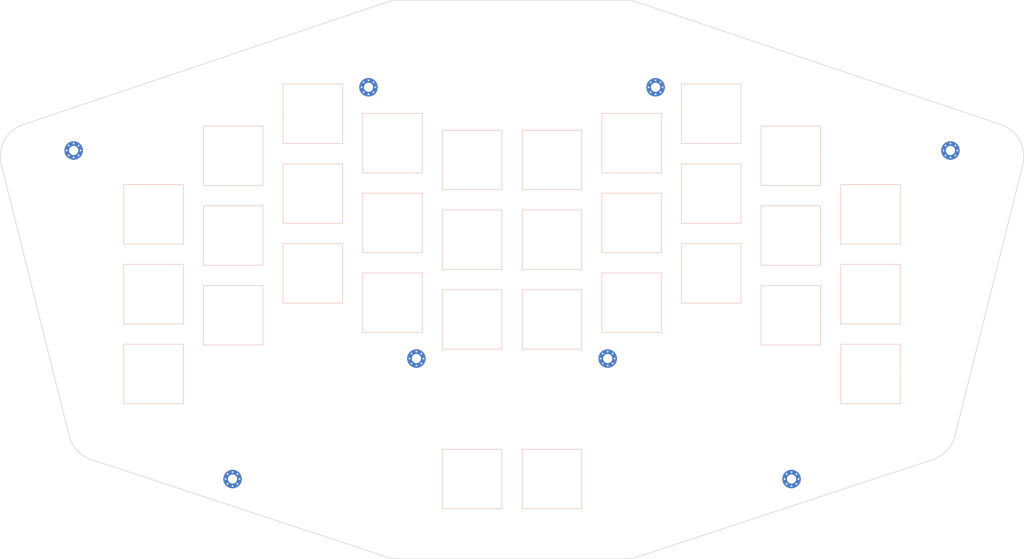
<source format=kicad_pcb>
(kicad_pcb (version 20240108) (generator "ergogen") (generator_version "4.2.1")
  (title_block (title "main_module") (date "2026-01-14") (rev "v1.0.0") (company "Unknown"))
  (layers (0 "F.Cu" signal) (31 "B.Cu" signal) (34 "B.Paste" user) (35 "F.Paste" user) (36 "B.SilkS" user "B.Silkscreen") (37 "F.SilkS" user "F.Silkscreen") (38 "B.Mask" user) (39 "F.Mask" user) (44 "Edge.Cuts" user))
  (net 0 "")
  (footprint "SW_Cherry_MX_PCB_Mag_1.00u" (at 100 150 180) (layer "B.Cu")
    (property "Reference" "SWITCH1" hide)
    (property "Value" "" hide)
    (pad "" np_thru_hole circle (at -5.08 0 180) (size 1.75 1.75) (drill 1.75) (layers "*.Cu" "*.Mask"))
    (pad "" np_thru_hole circle (at 5.08 0 180) (size 1.75 1.75) (drill 1.75) (layers "*.Cu" "*.Mask"))
    (fp_line (start -7.1 7.1) (end -7.1 -7.1) (stroke (width 0.12)) (layer "B.SilkS"))
    (fp_line (start -7.1 -7.1) (end 7.1 -7.1) (stroke (width 0.12)) (layer "B.SilkS"))
    (fp_line (start 7.1 7.1) (end -7.1 7.1) (stroke (width 0.12)) (layer "B.SilkS"))
    (fp_line (start 7.1 -7.1) (end 7.1 7.1) (stroke (width 0.12)) (layer "B.SilkS"))
  )
  (footprint "SW_Cherry_MX_PCB_Mag_1.00u" (at 100 130.95 180) (layer "B.Cu")
    (property "Reference" "SWITCH2" hide)
    (property "Value" "" hide)
    (pad "" np_thru_hole circle (at -5.08 0 180) (size 1.75 1.75) (drill 1.75) (layers "*.Cu" "*.Mask"))
    (pad "" np_thru_hole circle (at 5.08 0 180) (size 1.75 1.75) (drill 1.75) (layers "*.Cu" "*.Mask"))
    (fp_line (start -7.1 7.1) (end -7.1 -7.1) (stroke (width 0.12)) (layer "B.SilkS"))
    (fp_line (start -7.1 -7.1) (end 7.1 -7.1) (stroke (width 0.12)) (layer "B.SilkS"))
    (fp_line (start 7.1 7.1) (end -7.1 7.1) (stroke (width 0.12)) (layer "B.SilkS"))
    (fp_line (start 7.1 -7.1) (end 7.1 7.1) (stroke (width 0.12)) (layer "B.SilkS"))
  )
  (footprint "SW_Cherry_MX_PCB_Mag_1.00u" (at 100 111.89999999999999 180) (layer "B.Cu")
    (property "Reference" "SWITCH3" hide)
    (property "Value" "" hide)
    (pad "" np_thru_hole circle (at -5.08 0 180) (size 1.75 1.75) (drill 1.75) (layers "*.Cu" "*.Mask"))
    (pad "" np_thru_hole circle (at 5.08 0 180) (size 1.75 1.75) (drill 1.75) (layers "*.Cu" "*.Mask"))
    (fp_line (start -7.1 7.1) (end -7.1 -7.1) (stroke (width 0.12)) (layer "B.SilkS"))
    (fp_line (start -7.1 -7.1) (end 7.1 -7.1) (stroke (width 0.12)) (layer "B.SilkS"))
    (fp_line (start 7.1 7.1) (end -7.1 7.1) (stroke (width 0.12)) (layer "B.SilkS"))
    (fp_line (start 7.1 -7.1) (end 7.1 7.1) (stroke (width 0.12)) (layer "B.SilkS"))
  )
  (footprint "SW_Cherry_MX_PCB_Mag_1.00u" (at 119 136 180) (layer "B.Cu")
    (property "Reference" "SWITCH4" hide)
    (property "Value" "" hide)
    (pad "" np_thru_hole circle (at -5.08 0 180) (size 1.75 1.75) (drill 1.75) (layers "*.Cu" "*.Mask"))
    (pad "" np_thru_hole circle (at 5.08 0 180) (size 1.75 1.75) (drill 1.75) (layers "*.Cu" "*.Mask"))
    (fp_line (start -7.1 7.1) (end -7.1 -7.1) (stroke (width 0.12)) (layer "B.SilkS"))
    (fp_line (start -7.1 -7.1) (end 7.1 -7.1) (stroke (width 0.12)) (layer "B.SilkS"))
    (fp_line (start 7.1 7.1) (end -7.1 7.1) (stroke (width 0.12)) (layer "B.SilkS"))
    (fp_line (start 7.1 -7.1) (end 7.1 7.1) (stroke (width 0.12)) (layer "B.SilkS"))
  )
  (footprint "SW_Cherry_MX_PCB_Mag_1.00u" (at 119 116.95 180) (layer "B.Cu")
    (property "Reference" "SWITCH5" hide)
    (property "Value" "" hide)
    (pad "" np_thru_hole circle (at -5.08 0 180) (size 1.75 1.75) (drill 1.75) (layers "*.Cu" "*.Mask"))
    (pad "" np_thru_hole circle (at 5.08 0 180) (size 1.75 1.75) (drill 1.75) (layers "*.Cu" "*.Mask"))
    (fp_line (start -7.1 7.1) (end -7.1 -7.1) (stroke (width 0.12)) (layer "B.SilkS"))
    (fp_line (start -7.1 -7.1) (end 7.1 -7.1) (stroke (width 0.12)) (layer "B.SilkS"))
    (fp_line (start 7.1 7.1) (end -7.1 7.1) (stroke (width 0.12)) (layer "B.SilkS"))
    (fp_line (start 7.1 -7.1) (end 7.1 7.1) (stroke (width 0.12)) (layer "B.SilkS"))
  )
  (footprint "SW_Cherry_MX_PCB_Mag_1.00u" (at 119 97.9 180) (layer "B.Cu")
    (property "Reference" "SWITCH6" hide)
    (property "Value" "" hide)
    (pad "" np_thru_hole circle (at -5.08 0 180) (size 1.75 1.75) (drill 1.75) (layers "*.Cu" "*.Mask"))
    (pad "" np_thru_hole circle (at 5.08 0 180) (size 1.75 1.75) (drill 1.75) (layers "*.Cu" "*.Mask"))
    (fp_line (start -7.1 7.1) (end -7.1 -7.1) (stroke (width 0.12)) (layer "B.SilkS"))
    (fp_line (start -7.1 -7.1) (end 7.1 -7.1) (stroke (width 0.12)) (layer "B.SilkS"))
    (fp_line (start 7.1 7.1) (end -7.1 7.1) (stroke (width 0.12)) (layer "B.SilkS"))
    (fp_line (start 7.1 -7.1) (end 7.1 7.1) (stroke (width 0.12)) (layer "B.SilkS"))
  )
  (footprint "SW_Cherry_MX_PCB_Mag_1.00u" (at 138 126 180) (layer "B.Cu")
    (property "Reference" "SWITCH7" hide)
    (property "Value" "" hide)
    (pad "" np_thru_hole circle (at -5.08 0 180) (size 1.75 1.75) (drill 1.75) (layers "*.Cu" "*.Mask"))
    (pad "" np_thru_hole circle (at 5.08 0 180) (size 1.75 1.75) (drill 1.75) (layers "*.Cu" "*.Mask"))
    (fp_line (start -7.1 7.1) (end -7.1 -7.1) (stroke (width 0.12)) (layer "B.SilkS"))
    (fp_line (start -7.1 -7.1) (end 7.1 -7.1) (stroke (width 0.12)) (layer "B.SilkS"))
    (fp_line (start 7.1 7.1) (end -7.1 7.1) (stroke (width 0.12)) (layer "B.SilkS"))
    (fp_line (start 7.1 -7.1) (end 7.1 7.1) (stroke (width 0.12)) (layer "B.SilkS"))
  )
  (footprint "SW_Cherry_MX_PCB_Mag_1.00u" (at 138 106.95 180) (layer "B.Cu")
    (property "Reference" "SWITCH8" hide)
    (property "Value" "" hide)
    (pad "" np_thru_hole circle (at -5.08 0 180) (size 1.75 1.75) (drill 1.75) (layers "*.Cu" "*.Mask"))
    (pad "" np_thru_hole circle (at 5.08 0 180) (size 1.75 1.75) (drill 1.75) (layers "*.Cu" "*.Mask"))
    (fp_line (start -7.1 7.1) (end -7.1 -7.1) (stroke (width 0.12)) (layer "B.SilkS"))
    (fp_line (start -7.1 -7.1) (end 7.1 -7.1) (stroke (width 0.12)) (layer "B.SilkS"))
    (fp_line (start 7.1 7.1) (end -7.1 7.1) (stroke (width 0.12)) (layer "B.SilkS"))
    (fp_line (start 7.1 -7.1) (end 7.1 7.1) (stroke (width 0.12)) (layer "B.SilkS"))
  )
  (footprint "SW_Cherry_MX_PCB_Mag_1.00u" (at 138 87.9 180) (layer "B.Cu")
    (property "Reference" "SWITCH9" hide)
    (property "Value" "" hide)
    (pad "" np_thru_hole circle (at -5.08 0 180) (size 1.75 1.75) (drill 1.75) (layers "*.Cu" "*.Mask"))
    (pad "" np_thru_hole circle (at 5.08 0 180) (size 1.75 1.75) (drill 1.75) (layers "*.Cu" "*.Mask"))
    (fp_line (start -7.1 7.1) (end -7.1 -7.1) (stroke (width 0.12)) (layer "B.SilkS"))
    (fp_line (start -7.1 -7.1) (end 7.1 -7.1) (stroke (width 0.12)) (layer "B.SilkS"))
    (fp_line (start 7.1 7.1) (end -7.1 7.1) (stroke (width 0.12)) (layer "B.SilkS"))
    (fp_line (start 7.1 -7.1) (end 7.1 7.1) (stroke (width 0.12)) (layer "B.SilkS"))
  )
  (footprint "SW_Cherry_MX_PCB_Mag_1.00u" (at 157 133 180) (layer "B.Cu")
    (property "Reference" "SWITCH10" hide)
    (property "Value" "" hide)
    (pad "" np_thru_hole circle (at -5.08 0 180) (size 1.75 1.75) (drill 1.75) (layers "*.Cu" "*.Mask"))
    (pad "" np_thru_hole circle (at 5.08 0 180) (size 1.75 1.75) (drill 1.75) (layers "*.Cu" "*.Mask"))
    (fp_line (start -7.1 7.1) (end -7.1 -7.1) (stroke (width 0.12)) (layer "B.SilkS"))
    (fp_line (start -7.1 -7.1) (end 7.1 -7.1) (stroke (width 0.12)) (layer "B.SilkS"))
    (fp_line (start 7.1 7.1) (end -7.1 7.1) (stroke (width 0.12)) (layer "B.SilkS"))
    (fp_line (start 7.1 -7.1) (end 7.1 7.1) (stroke (width 0.12)) (layer "B.SilkS"))
  )
  (footprint "SW_Cherry_MX_PCB_Mag_1.00u" (at 157 113.95 180) (layer "B.Cu")
    (property "Reference" "SWITCH11" hide)
    (property "Value" "" hide)
    (pad "" np_thru_hole circle (at -5.08 0 180) (size 1.75 1.75) (drill 1.75) (layers "*.Cu" "*.Mask"))
    (pad "" np_thru_hole circle (at 5.08 0 180) (size 1.75 1.75) (drill 1.75) (layers "*.Cu" "*.Mask"))
    (fp_line (start -7.1 7.1) (end -7.1 -7.1) (stroke (width 0.12)) (layer "B.SilkS"))
    (fp_line (start -7.1 -7.1) (end 7.1 -7.1) (stroke (width 0.12)) (layer "B.SilkS"))
    (fp_line (start 7.1 7.1) (end -7.1 7.1) (stroke (width 0.12)) (layer "B.SilkS"))
    (fp_line (start 7.1 -7.1) (end 7.1 7.1) (stroke (width 0.12)) (layer "B.SilkS"))
  )
  (footprint "SW_Cherry_MX_PCB_Mag_1.00u" (at 157 94.9 180) (layer "B.Cu")
    (property "Reference" "SWITCH12" hide)
    (property "Value" "" hide)
    (pad "" np_thru_hole circle (at -5.08 0 180) (size 1.75 1.75) (drill 1.75) (layers "*.Cu" "*.Mask"))
    (pad "" np_thru_hole circle (at 5.08 0 180) (size 1.75 1.75) (drill 1.75) (layers "*.Cu" "*.Mask"))
    (fp_line (start -7.1 7.1) (end -7.1 -7.1) (stroke (width 0.12)) (layer "B.SilkS"))
    (fp_line (start -7.1 -7.1) (end 7.1 -7.1) (stroke (width 0.12)) (layer "B.SilkS"))
    (fp_line (start 7.1 7.1) (end -7.1 7.1) (stroke (width 0.12)) (layer "B.SilkS"))
    (fp_line (start 7.1 -7.1) (end 7.1 7.1) (stroke (width 0.12)) (layer "B.SilkS"))
  )
  (footprint "SW_Cherry_MX_PCB_Mag_1.00u" (at 176 137 180) (layer "B.Cu")
    (property "Reference" "SWITCH13" hide)
    (property "Value" "" hide)
    (pad "" np_thru_hole circle (at -5.08 0 180) (size 1.75 1.75) (drill 1.75) (layers "*.Cu" "*.Mask"))
    (pad "" np_thru_hole circle (at 5.08 0 180) (size 1.75 1.75) (drill 1.75) (layers "*.Cu" "*.Mask"))
    (fp_line (start -7.1 7.1) (end -7.1 -7.1) (stroke (width 0.12)) (layer "B.SilkS"))
    (fp_line (start -7.1 -7.1) (end 7.1 -7.1) (stroke (width 0.12)) (layer "B.SilkS"))
    (fp_line (start 7.1 7.1) (end -7.1 7.1) (stroke (width 0.12)) (layer "B.SilkS"))
    (fp_line (start 7.1 -7.1) (end 7.1 7.1) (stroke (width 0.12)) (layer "B.SilkS"))
  )
  (footprint "SW_Cherry_MX_PCB_Mag_1.00u" (at 176 117.95 180) (layer "B.Cu")
    (property "Reference" "SWITCH14" hide)
    (property "Value" "" hide)
    (pad "" np_thru_hole circle (at -5.08 0 180) (size 1.75 1.75) (drill 1.75) (layers "*.Cu" "*.Mask"))
    (pad "" np_thru_hole circle (at 5.08 0 180) (size 1.75 1.75) (drill 1.75) (layers "*.Cu" "*.Mask"))
    (fp_line (start -7.1 7.1) (end -7.1 -7.1) (stroke (width 0.12)) (layer "B.SilkS"))
    (fp_line (start -7.1 -7.1) (end 7.1 -7.1) (stroke (width 0.12)) (layer "B.SilkS"))
    (fp_line (start 7.1 7.1) (end -7.1 7.1) (stroke (width 0.12)) (layer "B.SilkS"))
    (fp_line (start 7.1 -7.1) (end 7.1 7.1) (stroke (width 0.12)) (layer "B.SilkS"))
  )
  (footprint "SW_Cherry_MX_PCB_Mag_1.00u" (at 176 98.9 180) (layer "B.Cu")
    (property "Reference" "SWITCH15" hide)
    (property "Value" "" hide)
    (pad "" np_thru_hole circle (at -5.08 0 180) (size 1.75 1.75) (drill 1.75) (layers "*.Cu" "*.Mask"))
    (pad "" np_thru_hole circle (at 5.08 0 180) (size 1.75 1.75) (drill 1.75) (layers "*.Cu" "*.Mask"))
    (fp_line (start -7.1 7.1) (end -7.1 -7.1) (stroke (width 0.12)) (layer "B.SilkS"))
    (fp_line (start -7.1 -7.1) (end 7.1 -7.1) (stroke (width 0.12)) (layer "B.SilkS"))
    (fp_line (start 7.1 7.1) (end -7.1 7.1) (stroke (width 0.12)) (layer "B.SilkS"))
    (fp_line (start 7.1 -7.1) (end 7.1 7.1) (stroke (width 0.12)) (layer "B.SilkS"))
  )
  (footprint "SW_Cherry_MX_PCB_Mag_1.00u" (at 195.05 175.1 180) (layer "B.Cu")
    (property "Reference" "SWITCH16" hide)
    (property "Value" "" hide)
    (pad "" np_thru_hole circle (at -5.08 0 180) (size 1.75 1.75) (drill 1.75) (layers "*.Cu" "*.Mask"))
    (pad "" np_thru_hole circle (at 5.08 0 180) (size 1.75 1.75) (drill 1.75) (layers "*.Cu" "*.Mask"))
    (fp_line (start -7.1 7.1) (end -7.1 -7.1) (stroke (width 0.12)) (layer "B.SilkS"))
    (fp_line (start -7.1 -7.1) (end 7.1 -7.1) (stroke (width 0.12)) (layer "B.SilkS"))
    (fp_line (start 7.1 7.1) (end -7.1 7.1) (stroke (width 0.12)) (layer "B.SilkS"))
    (fp_line (start 7.1 -7.1) (end 7.1 7.1) (stroke (width 0.12)) (layer "B.SilkS"))
  )
  (footprint "SW_Cherry_MX_PCB_Mag_1.00u" (at 271.05 150 180) (layer "B.Cu")
    (property "Reference" "SWITCH17" hide)
    (property "Value" "" hide)
    (pad "" np_thru_hole circle (at -5.08 0 180) (size 1.75 1.75) (drill 1.75) (layers "*.Cu" "*.Mask"))
    (pad "" np_thru_hole circle (at 5.08 0 180) (size 1.75 1.75) (drill 1.75) (layers "*.Cu" "*.Mask"))
    (fp_line (start -7.1 7.1) (end -7.1 -7.1) (stroke (width 0.12)) (layer "B.SilkS"))
    (fp_line (start -7.1 -7.1) (end 7.1 -7.1) (stroke (width 0.12)) (layer "B.SilkS"))
    (fp_line (start 7.1 7.1) (end -7.1 7.1) (stroke (width 0.12)) (layer "B.SilkS"))
    (fp_line (start 7.1 -7.1) (end 7.1 7.1) (stroke (width 0.12)) (layer "B.SilkS"))
  )
  (footprint "SW_Cherry_MX_PCB_Mag_1.00u" (at 271.05 130.95 180) (layer "B.Cu")
    (property "Reference" "SWITCH18" hide)
    (property "Value" "" hide)
    (pad "" np_thru_hole circle (at -5.08 0 180) (size 1.75 1.75) (drill 1.75) (layers "*.Cu" "*.Mask"))
    (pad "" np_thru_hole circle (at 5.08 0 180) (size 1.75 1.75) (drill 1.75) (layers "*.Cu" "*.Mask"))
    (fp_line (start -7.1 7.1) (end -7.1 -7.1) (stroke (width 0.12)) (layer "B.SilkS"))
    (fp_line (start -7.1 -7.1) (end 7.1 -7.1) (stroke (width 0.12)) (layer "B.SilkS"))
    (fp_line (start 7.1 7.1) (end -7.1 7.1) (stroke (width 0.12)) (layer "B.SilkS"))
    (fp_line (start 7.1 -7.1) (end 7.1 7.1) (stroke (width 0.12)) (layer "B.SilkS"))
  )
  (footprint "SW_Cherry_MX_PCB_Mag_1.00u" (at 271.05 111.89999999999999 180) (layer "B.Cu")
    (property "Reference" "SWITCH19" hide)
    (property "Value" "" hide)
    (pad "" np_thru_hole circle (at -5.08 0 180) (size 1.75 1.75) (drill 1.75) (layers "*.Cu" "*.Mask"))
    (pad "" np_thru_hole circle (at 5.08 0 180) (size 1.75 1.75) (drill 1.75) (layers "*.Cu" "*.Mask"))
    (fp_line (start -7.1 7.1) (end -7.1 -7.1) (stroke (width 0.12)) (layer "B.SilkS"))
    (fp_line (start -7.1 -7.1) (end 7.1 -7.1) (stroke (width 0.12)) (layer "B.SilkS"))
    (fp_line (start 7.1 7.1) (end -7.1 7.1) (stroke (width 0.12)) (layer "B.SilkS"))
    (fp_line (start 7.1 -7.1) (end 7.1 7.1) (stroke (width 0.12)) (layer "B.SilkS"))
  )
  (footprint "SW_Cherry_MX_PCB_Mag_1.00u" (at 252.05 136 180) (layer "B.Cu")
    (property "Reference" "SWITCH20" hide)
    (property "Value" "" hide)
    (pad "" np_thru_hole circle (at -5.08 0 180) (size 1.75 1.75) (drill 1.75) (layers "*.Cu" "*.Mask"))
    (pad "" np_thru_hole circle (at 5.08 0 180) (size 1.75 1.75) (drill 1.75) (layers "*.Cu" "*.Mask"))
    (fp_line (start -7.1 7.1) (end -7.1 -7.1) (stroke (width 0.12)) (layer "B.SilkS"))
    (fp_line (start -7.1 -7.1) (end 7.1 -7.1) (stroke (width 0.12)) (layer "B.SilkS"))
    (fp_line (start 7.1 7.1) (end -7.1 7.1) (stroke (width 0.12)) (layer "B.SilkS"))
    (fp_line (start 7.1 -7.1) (end 7.1 7.1) (stroke (width 0.12)) (layer "B.SilkS"))
  )
  (footprint "SW_Cherry_MX_PCB_Mag_1.00u" (at 252.05 116.95 180) (layer "B.Cu")
    (property "Reference" "SWITCH21" hide)
    (property "Value" "" hide)
    (pad "" np_thru_hole circle (at -5.08 0 180) (size 1.75 1.75) (drill 1.75) (layers "*.Cu" "*.Mask"))
    (pad "" np_thru_hole circle (at 5.08 0 180) (size 1.75 1.75) (drill 1.75) (layers "*.Cu" "*.Mask"))
    (fp_line (start -7.1 7.1) (end -7.1 -7.1) (stroke (width 0.12)) (layer "B.SilkS"))
    (fp_line (start -7.1 -7.1) (end 7.1 -7.1) (stroke (width 0.12)) (layer "B.SilkS"))
    (fp_line (start 7.1 7.1) (end -7.1 7.1) (stroke (width 0.12)) (layer "B.SilkS"))
    (fp_line (start 7.1 -7.1) (end 7.1 7.1) (stroke (width 0.12)) (layer "B.SilkS"))
  )
  (footprint "SW_Cherry_MX_PCB_Mag_1.00u" (at 252.05 97.9 180) (layer "B.Cu")
    (property "Reference" "SWITCH22" hide)
    (property "Value" "" hide)
    (pad "" np_thru_hole circle (at -5.08 0 180) (size 1.75 1.75) (drill 1.75) (layers "*.Cu" "*.Mask"))
    (pad "" np_thru_hole circle (at 5.08 0 180) (size 1.75 1.75) (drill 1.75) (layers "*.Cu" "*.Mask"))
    (fp_line (start -7.1 7.1) (end -7.1 -7.1) (stroke (width 0.12)) (layer "B.SilkS"))
    (fp_line (start -7.1 -7.1) (end 7.1 -7.1) (stroke (width 0.12)) (layer "B.SilkS"))
    (fp_line (start 7.1 7.1) (end -7.1 7.1) (stroke (width 0.12)) (layer "B.SilkS"))
    (fp_line (start 7.1 -7.1) (end 7.1 7.1) (stroke (width 0.12)) (layer "B.SilkS"))
  )
  (footprint "SW_Cherry_MX_PCB_Mag_1.00u" (at 233.05 126 180) (layer "B.Cu")
    (property "Reference" "SWITCH23" hide)
    (property "Value" "" hide)
    (pad "" np_thru_hole circle (at -5.08 0 180) (size 1.75 1.75) (drill 1.75) (layers "*.Cu" "*.Mask"))
    (pad "" np_thru_hole circle (at 5.08 0 180) (size 1.75 1.75) (drill 1.75) (layers "*.Cu" "*.Mask"))
    (fp_line (start -7.1 7.1) (end -7.1 -7.1) (stroke (width 0.12)) (layer "B.SilkS"))
    (fp_line (start -7.1 -7.1) (end 7.1 -7.1) (stroke (width 0.12)) (layer "B.SilkS"))
    (fp_line (start 7.1 7.1) (end -7.1 7.1) (stroke (width 0.12)) (layer "B.SilkS"))
    (fp_line (start 7.1 -7.1) (end 7.1 7.1) (stroke (width 0.12)) (layer "B.SilkS"))
  )
  (footprint "SW_Cherry_MX_PCB_Mag_1.00u" (at 233.05 106.95 180) (layer "B.Cu")
    (property "Reference" "SWITCH24" hide)
    (property "Value" "" hide)
    (pad "" np_thru_hole circle (at -5.08 0 180) (size 1.75 1.75) (drill 1.75) (layers "*.Cu" "*.Mask"))
    (pad "" np_thru_hole circle (at 5.08 0 180) (size 1.75 1.75) (drill 1.75) (layers "*.Cu" "*.Mask"))
    (fp_line (start -7.1 7.1) (end -7.1 -7.1) (stroke (width 0.12)) (layer "B.SilkS"))
    (fp_line (start -7.1 -7.1) (end 7.1 -7.1) (stroke (width 0.12)) (layer "B.SilkS"))
    (fp_line (start 7.1 7.1) (end -7.1 7.1) (stroke (width 0.12)) (layer "B.SilkS"))
    (fp_line (start 7.1 -7.1) (end 7.1 7.1) (stroke (width 0.12)) (layer "B.SilkS"))
  )
  (footprint "SW_Cherry_MX_PCB_Mag_1.00u" (at 233.05 87.9 180) (layer "B.Cu")
    (property "Reference" "SWITCH25" hide)
    (property "Value" "" hide)
    (pad "" np_thru_hole circle (at -5.08 0 180) (size 1.75 1.75) (drill 1.75) (layers "*.Cu" "*.Mask"))
    (pad "" np_thru_hole circle (at 5.08 0 180) (size 1.75 1.75) (drill 1.75) (layers "*.Cu" "*.Mask"))
    (fp_line (start -7.1 7.1) (end -7.1 -7.1) (stroke (width 0.12)) (layer "B.SilkS"))
    (fp_line (start -7.1 -7.1) (end 7.1 -7.1) (stroke (width 0.12)) (layer "B.SilkS"))
    (fp_line (start 7.1 7.1) (end -7.1 7.1) (stroke (width 0.12)) (layer "B.SilkS"))
    (fp_line (start 7.1 -7.1) (end 7.1 7.1) (stroke (width 0.12)) (layer "B.SilkS"))
  )
  (footprint "SW_Cherry_MX_PCB_Mag_1.00u" (at 214.05 133 180) (layer "B.Cu")
    (property "Reference" "SWITCH26" hide)
    (property "Value" "" hide)
    (pad "" np_thru_hole circle (at -5.08 0 180) (size 1.75 1.75) (drill 1.75) (layers "*.Cu" "*.Mask"))
    (pad "" np_thru_hole circle (at 5.08 0 180) (size 1.75 1.75) (drill 1.75) (layers "*.Cu" "*.Mask"))
    (fp_line (start -7.1 7.1) (end -7.1 -7.1) (stroke (width 0.12)) (layer "B.SilkS"))
    (fp_line (start -7.1 -7.1) (end 7.1 -7.1) (stroke (width 0.12)) (layer "B.SilkS"))
    (fp_line (start 7.1 7.1) (end -7.1 7.1) (stroke (width 0.12)) (layer "B.SilkS"))
    (fp_line (start 7.1 -7.1) (end 7.1 7.1) (stroke (width 0.12)) (layer "B.SilkS"))
  )
  (footprint "SW_Cherry_MX_PCB_Mag_1.00u" (at 214.05 113.95 180) (layer "B.Cu")
    (property "Reference" "SWITCH27" hide)
    (property "Value" "" hide)
    (pad "" np_thru_hole circle (at -5.08 0 180) (size 1.75 1.75) (drill 1.75) (layers "*.Cu" "*.Mask"))
    (pad "" np_thru_hole circle (at 5.08 0 180) (size 1.75 1.75) (drill 1.75) (layers "*.Cu" "*.Mask"))
    (fp_line (start -7.1 7.1) (end -7.1 -7.1) (stroke (width 0.12)) (layer "B.SilkS"))
    (fp_line (start -7.1 -7.1) (end 7.1 -7.1) (stroke (width 0.12)) (layer "B.SilkS"))
    (fp_line (start 7.1 7.1) (end -7.1 7.1) (stroke (width 0.12)) (layer "B.SilkS"))
    (fp_line (start 7.1 -7.1) (end 7.1 7.1) (stroke (width 0.12)) (layer "B.SilkS"))
  )
  (footprint "SW_Cherry_MX_PCB_Mag_1.00u" (at 214.05 94.9 180) (layer "B.Cu")
    (property "Reference" "SWITCH28" hide)
    (property "Value" "" hide)
    (pad "" np_thru_hole circle (at -5.08 0 180) (size 1.75 1.75) (drill 1.75) (layers "*.Cu" "*.Mask"))
    (pad "" np_thru_hole circle (at 5.08 0 180) (size 1.75 1.75) (drill 1.75) (layers "*.Cu" "*.Mask"))
    (fp_line (start -7.1 7.1) (end -7.1 -7.1) (stroke (width 0.12)) (layer "B.SilkS"))
    (fp_line (start -7.1 -7.1) (end 7.1 -7.1) (stroke (width 0.12)) (layer "B.SilkS"))
    (fp_line (start 7.1 7.1) (end -7.1 7.1) (stroke (width 0.12)) (layer "B.SilkS"))
    (fp_line (start 7.1 -7.1) (end 7.1 7.1) (stroke (width 0.12)) (layer "B.SilkS"))
  )
  (footprint "SW_Cherry_MX_PCB_Mag_1.00u" (at 195.05 137 180) (layer "B.Cu")
    (property "Reference" "SWITCH29" hide)
    (property "Value" "" hide)
    (pad "" np_thru_hole circle (at -5.08 0 180) (size 1.75 1.75) (drill 1.75) (layers "*.Cu" "*.Mask"))
    (pad "" np_thru_hole circle (at 5.08 0 180) (size 1.75 1.75) (drill 1.75) (layers "*.Cu" "*.Mask"))
    (fp_line (start -7.1 7.1) (end -7.1 -7.1) (stroke (width 0.12)) (layer "B.SilkS"))
    (fp_line (start -7.1 -7.1) (end 7.1 -7.1) (stroke (width 0.12)) (layer "B.SilkS"))
    (fp_line (start 7.1 7.1) (end -7.1 7.1) (stroke (width 0.12)) (layer "B.SilkS"))
    (fp_line (start 7.1 -7.1) (end 7.1 7.1) (stroke (width 0.12)) (layer "B.SilkS"))
  )
  (footprint "SW_Cherry_MX_PCB_Mag_1.00u" (at 195.05 117.95 180) (layer "B.Cu")
    (property "Reference" "SWITCH30" hide)
    (property "Value" "" hide)
    (pad "" np_thru_hole circle (at -5.08 0 180) (size 1.75 1.75) (drill 1.75) (layers "*.Cu" "*.Mask"))
    (pad "" np_thru_hole circle (at 5.08 0 180) (size 1.75 1.75) (drill 1.75) (layers "*.Cu" "*.Mask"))
    (fp_line (start -7.1 7.1) (end -7.1 -7.1) (stroke (width 0.12)) (layer "B.SilkS"))
    (fp_line (start -7.1 -7.1) (end 7.1 -7.1) (stroke (width 0.12)) (layer "B.SilkS"))
    (fp_line (start 7.1 7.1) (end -7.1 7.1) (stroke (width 0.12)) (layer "B.SilkS"))
    (fp_line (start 7.1 -7.1) (end 7.1 7.1) (stroke (width 0.12)) (layer "B.SilkS"))
  )
  (footprint "SW_Cherry_MX_PCB_Mag_1.00u" (at 195.05 98.9 180) (layer "B.Cu")
    (property "Reference" "SWITCH31" hide)
    (property "Value" "" hide)
    (pad "" np_thru_hole circle (at -5.08 0 180) (size 1.75 1.75) (drill 1.75) (layers "*.Cu" "*.Mask"))
    (pad "" np_thru_hole circle (at 5.08 0 180) (size 1.75 1.75) (drill 1.75) (layers "*.Cu" "*.Mask"))
    (fp_line (start -7.1 7.1) (end -7.1 -7.1) (stroke (width 0.12)) (layer "B.SilkS"))
    (fp_line (start -7.1 -7.1) (end 7.1 -7.1) (stroke (width 0.12)) (layer "B.SilkS"))
    (fp_line (start 7.1 7.1) (end -7.1 7.1) (stroke (width 0.12)) (layer "B.SilkS"))
    (fp_line (start 7.1 -7.1) (end 7.1 7.1) (stroke (width 0.12)) (layer "B.SilkS"))
  )
  (footprint "SW_Cherry_MX_PCB_Mag_1.00u" (at 176 175.1 180) (layer "B.Cu")
    (property "Reference" "SWITCH32" hide)
    (property "Value" "" hide)
    (pad "" np_thru_hole circle (at -5.08 0 180) (size 1.75 1.75) (drill 1.75) (layers "*.Cu" "*.Mask"))
    (pad "" np_thru_hole circle (at 5.08 0 180) (size 1.75 1.75) (drill 1.75) (layers "*.Cu" "*.Mask"))
    (fp_line (start -7.1 7.1) (end -7.1 -7.1) (stroke (width 0.12)) (layer "B.SilkS"))
    (fp_line (start -7.1 -7.1) (end 7.1 -7.1) (stroke (width 0.12)) (layer "B.SilkS"))
    (fp_line (start 7.1 7.1) (end -7.1 7.1) (stroke (width 0.12)) (layer "B.SilkS"))
    (fp_line (start 7.1 -7.1) (end 7.1 7.1) (stroke (width 0.12)) (layer "B.SilkS"))
  )
  (module "MountingHole_2.2mm_M2_Pad_Via" (layer "F.Cu") (at 80.95 96.66 0)
    (fp_text reference "_1" hide)
    (pad "1" thru_hole circle locked (at 1.166726 1.166726) (size 0.7 0.7) (drill 0.4) (layers *.Cu *.Mask))
    (pad "1" thru_hole circle locked (at 0 0) (size 4.4 4.4) (drill 2.2) (layers *.Cu *.Mask))
    (pad "1" thru_hole circle locked (at 0 1.65) (size 0.7 0.7) (drill 0.4) (layers *.Cu *.Mask))
    (pad "1" thru_hole circle locked (at 1.166726 -1.166726) (size 0.7 0.7) (drill 0.4) (layers *.Cu *.Mask))
    (pad "1" thru_hole circle locked (at -1.65 0) (size 0.7 0.7) (drill 0.4) (layers *.Cu *.Mask))
    (pad "1" thru_hole circle locked (at -1.166726 -1.166726) (size 0.7 0.7) (drill 0.4) (layers *.Cu *.Mask))
    (pad "1" thru_hole circle locked (at -1.166726 1.166726) (size 0.7 0.7) (drill 0.4) (layers *.Cu *.Mask))
    (pad "1" thru_hole circle locked (at 1.65 0) (size 0.7 0.7) (drill 0.4) (layers *.Cu *.Mask))
    (pad "1" thru_hole circle locked (at 0 -1.65) (size 0.7 0.7) (drill 0.4) (layers *.Cu *.Mask))
  )
  (module "MountingHole_2.2mm_M2_Pad_Via" (layer "F.Cu") (at 290.1 96.66 0)
    (fp_text reference "_2" hide)
    (pad "1" thru_hole circle locked (at 1.166726 1.166726) (size 0.7 0.7) (drill 0.4) (layers *.Cu *.Mask))
    (pad "1" thru_hole circle locked (at 0 0) (size 4.4 4.4) (drill 2.2) (layers *.Cu *.Mask))
    (pad "1" thru_hole circle locked (at 0 1.65) (size 0.7 0.7) (drill 0.4) (layers *.Cu *.Mask))
    (pad "1" thru_hole circle locked (at 1.166726 -1.166726) (size 0.7 0.7) (drill 0.4) (layers *.Cu *.Mask))
    (pad "1" thru_hole circle locked (at -1.65 0) (size 0.7 0.7) (drill 0.4) (layers *.Cu *.Mask))
    (pad "1" thru_hole circle locked (at -1.166726 -1.166726) (size 0.7 0.7) (drill 0.4) (layers *.Cu *.Mask))
    (pad "1" thru_hole circle locked (at -1.166726 1.166726) (size 0.7 0.7) (drill 0.4) (layers *.Cu *.Mask))
    (pad "1" thru_hole circle locked (at 1.65 0) (size 0.7 0.7) (drill 0.4) (layers *.Cu *.Mask))
    (pad "1" thru_hole circle locked (at 0 -1.65) (size 0.7 0.7) (drill 0.4) (layers *.Cu *.Mask))
  )
  (module "MountingHole_2.2mm_M2_Pad_Via" (layer "F.Cu") (at 219.76500000000001 81.565 0)
    (fp_text reference "_3" hide)
    (pad "1" thru_hole circle locked (at 1.166726 1.166726) (size 0.7 0.7) (drill 0.4) (layers *.Cu *.Mask))
    (pad "1" thru_hole circle locked (at 0 0) (size 4.4 4.4) (drill 2.2) (layers *.Cu *.Mask))
    (pad "1" thru_hole circle locked (at 0 1.65) (size 0.7 0.7) (drill 0.4) (layers *.Cu *.Mask))
    (pad "1" thru_hole circle locked (at 1.166726 -1.166726) (size 0.7 0.7) (drill 0.4) (layers *.Cu *.Mask))
    (pad "1" thru_hole circle locked (at -1.65 0) (size 0.7 0.7) (drill 0.4) (layers *.Cu *.Mask))
    (pad "1" thru_hole circle locked (at -1.166726 -1.166726) (size 0.7 0.7) (drill 0.4) (layers *.Cu *.Mask))
    (pad "1" thru_hole circle locked (at -1.166726 1.166726) (size 0.7 0.7) (drill 0.4) (layers *.Cu *.Mask))
    (pad "1" thru_hole circle locked (at 1.65 0) (size 0.7 0.7) (drill 0.4) (layers *.Cu *.Mask))
    (pad "1" thru_hole circle locked (at 0 -1.65) (size 0.7 0.7) (drill 0.4) (layers *.Cu *.Mask))
  )
  (module "MountingHole_2.2mm_M2_Pad_Via" (layer "F.Cu") (at 151.285 81.565 0)
    (fp_text reference "_4" hide)
    (pad "1" thru_hole circle locked (at 1.166726 1.166726) (size 0.7 0.7) (drill 0.4) (layers *.Cu *.Mask))
    (pad "1" thru_hole circle locked (at 0 0) (size 4.4 4.4) (drill 2.2) (layers *.Cu *.Mask))
    (pad "1" thru_hole circle locked (at 0 1.65) (size 0.7 0.7) (drill 0.4) (layers *.Cu *.Mask))
    (pad "1" thru_hole circle locked (at 1.166726 -1.166726) (size 0.7 0.7) (drill 0.4) (layers *.Cu *.Mask))
    (pad "1" thru_hole circle locked (at -1.65 0) (size 0.7 0.7) (drill 0.4) (layers *.Cu *.Mask))
    (pad "1" thru_hole circle locked (at -1.166726 -1.166726) (size 0.7 0.7) (drill 0.4) (layers *.Cu *.Mask))
    (pad "1" thru_hole circle locked (at -1.166726 1.166726) (size 0.7 0.7) (drill 0.4) (layers *.Cu *.Mask))
    (pad "1" thru_hole circle locked (at 1.65 0) (size 0.7 0.7) (drill 0.4) (layers *.Cu *.Mask))
    (pad "1" thru_hole circle locked (at 0 -1.65) (size 0.7 0.7) (drill 0.4) (layers *.Cu *.Mask))
  )
  (module "MountingHole_2.2mm_M2_Pad_Via" (layer "F.Cu") (at 162.715 146.335 0)
    (fp_text reference "_5" hide)
    (pad "1" thru_hole circle locked (at 1.166726 1.166726) (size 0.7 0.7) (drill 0.4) (layers *.Cu *.Mask))
    (pad "1" thru_hole circle locked (at 0 0) (size 4.4 4.4) (drill 2.2) (layers *.Cu *.Mask))
    (pad "1" thru_hole circle locked (at 0 1.65) (size 0.7 0.7) (drill 0.4) (layers *.Cu *.Mask))
    (pad "1" thru_hole circle locked (at 1.166726 -1.166726) (size 0.7 0.7) (drill 0.4) (layers *.Cu *.Mask))
    (pad "1" thru_hole circle locked (at -1.65 0) (size 0.7 0.7) (drill 0.4) (layers *.Cu *.Mask))
    (pad "1" thru_hole circle locked (at -1.166726 -1.166726) (size 0.7 0.7) (drill 0.4) (layers *.Cu *.Mask))
    (pad "1" thru_hole circle locked (at -1.166726 1.166726) (size 0.7 0.7) (drill 0.4) (layers *.Cu *.Mask))
    (pad "1" thru_hole circle locked (at 1.65 0) (size 0.7 0.7) (drill 0.4) (layers *.Cu *.Mask))
    (pad "1" thru_hole circle locked (at 0 -1.65) (size 0.7 0.7) (drill 0.4) (layers *.Cu *.Mask))
  )
  (module "MountingHole_2.2mm_M2_Pad_Via" (layer "F.Cu") (at 208.335 146.335 0)
    (fp_text reference "_6" hide)
    (pad "1" thru_hole circle locked (at 1.166726 1.166726) (size 0.7 0.7) (drill 0.4) (layers *.Cu *.Mask))
    (pad "1" thru_hole circle locked (at 0 0) (size 4.4 4.4) (drill 2.2) (layers *.Cu *.Mask))
    (pad "1" thru_hole circle locked (at 0 1.65) (size 0.7 0.7) (drill 0.4) (layers *.Cu *.Mask))
    (pad "1" thru_hole circle locked (at 1.166726 -1.166726) (size 0.7 0.7) (drill 0.4) (layers *.Cu *.Mask))
    (pad "1" thru_hole circle locked (at -1.65 0) (size 0.7 0.7) (drill 0.4) (layers *.Cu *.Mask))
    (pad "1" thru_hole circle locked (at -1.166726 -1.166726) (size 0.7 0.7) (drill 0.4) (layers *.Cu *.Mask))
    (pad "1" thru_hole circle locked (at -1.166726 1.166726) (size 0.7 0.7) (drill 0.4) (layers *.Cu *.Mask))
    (pad "1" thru_hole circle locked (at 1.65 0) (size 0.7 0.7) (drill 0.4) (layers *.Cu *.Mask))
    (pad "1" thru_hole circle locked (at 0 -1.65) (size 0.7 0.7) (drill 0.4) (layers *.Cu *.Mask))
  )
  (module "MountingHole_2.2mm_M2_Pad_Via" (layer "F.Cu") (at 118.85 175.1 0)
    (fp_text reference "_7" hide)
    (pad "1" thru_hole circle locked (at 1.166726 1.166726) (size 0.7 0.7) (drill 0.4) (layers *.Cu *.Mask))
    (pad "1" thru_hole circle locked (at 0 0) (size 4.4 4.4) (drill 2.2) (layers *.Cu *.Mask))
    (pad "1" thru_hole circle locked (at 0 1.65) (size 0.7 0.7) (drill 0.4) (layers *.Cu *.Mask))
    (pad "1" thru_hole circle locked (at 1.166726 -1.166726) (size 0.7 0.7) (drill 0.4) (layers *.Cu *.Mask))
    (pad "1" thru_hole circle locked (at -1.65 0) (size 0.7 0.7) (drill 0.4) (layers *.Cu *.Mask))
    (pad "1" thru_hole circle locked (at -1.166726 -1.166726) (size 0.7 0.7) (drill 0.4) (layers *.Cu *.Mask))
    (pad "1" thru_hole circle locked (at -1.166726 1.166726) (size 0.7 0.7) (drill 0.4) (layers *.Cu *.Mask))
    (pad "1" thru_hole circle locked (at 1.65 0) (size 0.7 0.7) (drill 0.4) (layers *.Cu *.Mask))
    (pad "1" thru_hole circle locked (at 0 -1.65) (size 0.7 0.7) (drill 0.4) (layers *.Cu *.Mask))
  )
  (module "MountingHole_2.2mm_M2_Pad_Via" (layer "F.Cu") (at 252.20000000000002 175.1 0)
    (fp_text reference "_8" hide)
    (pad "1" thru_hole circle locked (at 1.166726 1.166726) (size 0.7 0.7) (drill 0.4) (layers *.Cu *.Mask))
    (pad "1" thru_hole circle locked (at 0 0) (size 4.4 4.4) (drill 2.2) (layers *.Cu *.Mask))
    (pad "1" thru_hole circle locked (at 0 1.65) (size 0.7 0.7) (drill 0.4) (layers *.Cu *.Mask))
    (pad "1" thru_hole circle locked (at 1.166726 -1.166726) (size 0.7 0.7) (drill 0.4) (layers *.Cu *.Mask))
    (pad "1" thru_hole circle locked (at -1.65 0) (size 0.7 0.7) (drill 0.4) (layers *.Cu *.Mask))
    (pad "1" thru_hole circle locked (at -1.166726 -1.166726) (size 0.7 0.7) (drill 0.4) (layers *.Cu *.Mask))
    (pad "1" thru_hole circle locked (at -1.166726 1.166726) (size 0.7 0.7) (drill 0.4) (layers *.Cu *.Mask))
    (pad "1" thru_hole circle locked (at 1.65 0) (size 0.7 0.7) (drill 0.4) (layers *.Cu *.Mask))
    (pad "1" thru_hole circle locked (at 0 -1.65) (size 0.7 0.7) (drill 0.4) (layers *.Cu *.Mask))
  )
  (gr_line (start 79.88139415398096 164.77557661592385) (end 63.69052501668891 100.01210006675564) (layer Edge.Cuts) (stroke (width 0.15)))
  (gr_line (start 68.89553950388309 90.49116737401943) (end 155.70633638334897 61.21935211902857) (layer Edge.Cuts) (stroke (width 0.15)))
  (gr_line (start 158.2624619432137 60.800000000000004) (end 212.78753805678633 60.800000000000004) (layer Edge.Cuts) (stroke (width 0.15)))
  (gr_line (start 215.34366361665104 61.219352119028564) (end 302.1544604961171 90.49116737401948) (layer Edge.Cuts) (stroke (width 0.15)))
  (gr_line (start 307.35947498331115 100.01210006675547) (end 291.1686058460191 164.77557661592368) (layer Edge.Cuts) (stroke (width 0.15)))
  (gr_line (start 285.9162880997909 170.4317259038849) (end 215.32195252672696 193.74643409972572) (layer Edge.Cuts) (stroke (width 0.15)))
  (gr_line (start 212.81313022589637 194.15) (end 158.23686977410355 194.15) (layer Edge.Cuts) (stroke (width 0.15)))
  (gr_line (start 155.72804747327297 193.74643409972572) (end 85.13371190020929 170.4317259038849) (layer Edge.Cuts) (stroke (width 0.15)))
  (gr_arc (start 68.89553946374772 90.49116735499092) (mid 64.43215416374773 94.23430725499092) (end 63.69052496374773 100.01210015499092) (layer Edge.Cuts) (stroke (width 0.15)))
  (gr_arc (start 158.2624619432137 60.80000000000001) (mid 156.9673138432137 60.90553410000001) (end 155.7063363432137 61.21935210000001) (layer Edge.Cuts) (stroke (width 0.15)))
  (gr_arc (start 215.34366365678633 61.21935210000001) (mid 214.08268615678634 60.90553410000001) (end 212.78753805678633 60.80000000000001) (layer Edge.Cuts) (stroke (width 0.15)))
  (gr_arc (start 307.35947493625235 100.01210005499091) (mid 306.6178457362523 94.23430725499091) (end 302.15446043625235 90.49116745499092) (layer Edge.Cuts) (stroke (width 0.15)))
  (gr_arc (start 285.9162880989603 170.43172590415918) (mid 289.26972119896027 168.27900030415918) (end 291.16860589896027 164.77557660415917) (layer Edge.Cuts) (stroke (width 0.15)))
  (gr_arc (start 212.81313022589637 194.15) (mid 214.08366702589637 194.0484642) (end 215.32195252589636 193.74643410000002) (layer Edge.Cuts) (stroke (width 0.15)))
  (gr_arc (start 155.72804747410356 193.74643410000002) (mid 156.96633297410355 194.0484642) (end 158.23686977410355 194.15) (layer Edge.Cuts) (stroke (width 0.15)))
  (gr_arc (start 79.88139420103978 164.7755766041592) (mid 81.78027890103978 168.27900030415918) (end 85.13371190103977 170.43172580415919) (layer Edge.Cuts) (stroke (width 0.15)))
)
</source>
